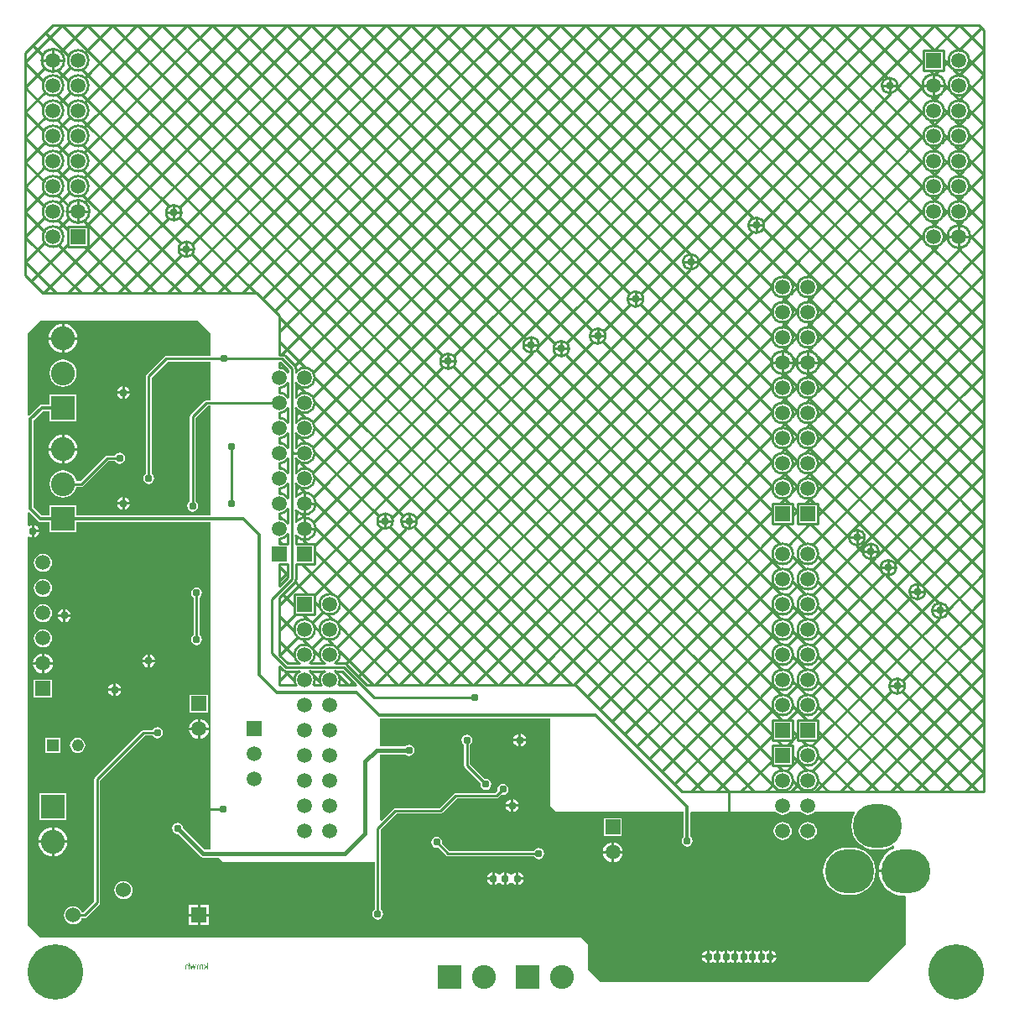
<source format=gbl>
G04 Layer_Physical_Order=2*
G04 Layer_Color=16711680*
%FSLAX25Y25*%
%MOIN*%
G70*
G01*
G75*
%ADD10C,0.01000*%
%ADD30C,0.01800*%
%ADD31C,0.01400*%
%ADD32C,0.05906*%
%ADD33R,0.05906X0.05906*%
%ADD34O,0.19500X0.17500*%
%ADD35R,0.09500X0.09500*%
%ADD36C,0.09500*%
%ADD37R,0.04800X0.04800*%
%ADD38C,0.04800*%
%ADD39C,0.06000*%
%ADD40R,0.06000X0.06000*%
%ADD41R,0.09500X0.09500*%
%ADD42C,0.22000*%
%ADD43C,0.03100*%
G36*
X114063Y293063D02*
X114493Y292775D01*
X115000Y292674D01*
X118650D01*
Y288650D01*
X129350D01*
Y292674D01*
X182500D01*
Y162529D01*
X180133D01*
X171687Y170976D01*
X171692Y171000D01*
X171525Y171839D01*
X171050Y172550D01*
X170339Y173025D01*
X169500Y173192D01*
X168661Y173025D01*
X167950Y172550D01*
X167475Y171839D01*
X167308Y171000D01*
X167475Y170161D01*
X167950Y169450D01*
X168661Y168975D01*
X169500Y168808D01*
X169524Y168813D01*
X178419Y159919D01*
X178915Y159587D01*
X179500Y159471D01*
X185529D01*
X187500Y157500D01*
X247879D01*
Y138836D01*
X247450Y138550D01*
X246975Y137839D01*
X246808Y137000D01*
X246975Y136161D01*
X247450Y135450D01*
X248161Y134975D01*
X249000Y134808D01*
X249839Y134975D01*
X250550Y135450D01*
X251025Y136161D01*
X251192Y137000D01*
X251025Y137839D01*
X250550Y138550D01*
X250121Y138836D01*
Y170535D01*
X256465Y176878D01*
X274000D01*
X274000Y176878D01*
X274429Y176964D01*
X274793Y177207D01*
X280465Y182878D01*
X296295D01*
X296295Y182878D01*
X296725Y182964D01*
X297088Y183207D01*
X298290Y184408D01*
X298795Y184308D01*
X299634Y184475D01*
X300345Y184950D01*
X300820Y185661D01*
X300987Y186500D01*
X300820Y187339D01*
X300345Y188050D01*
X299634Y188525D01*
X298795Y188692D01*
X297956Y188525D01*
X297245Y188050D01*
X296770Y187339D01*
X296603Y186500D01*
X296704Y185995D01*
X295831Y185122D01*
X280000D01*
X280000Y185122D01*
X279571Y185036D01*
X279207Y184793D01*
X279207Y184793D01*
X273535Y179122D01*
X256000D01*
X255571Y179036D01*
X255207Y178793D01*
X255207Y178793D01*
X250462Y174048D01*
X250000Y174239D01*
Y200471D01*
X259936D01*
X259950Y200450D01*
X260661Y199975D01*
X261500Y199808D01*
X262339Y199975D01*
X263050Y200450D01*
X263525Y201161D01*
X263692Y202000D01*
X263525Y202839D01*
X263050Y203550D01*
X262339Y204025D01*
X261500Y204192D01*
X260661Y204025D01*
X259950Y203550D01*
X259936Y203529D01*
X250000D01*
Y214674D01*
X317500D01*
Y180000D01*
X320000Y177500D01*
X370674D01*
Y167700D01*
X370450Y167550D01*
X369975Y166839D01*
X369808Y166000D01*
X369975Y165161D01*
X370450Y164450D01*
X371161Y163975D01*
X372000Y163808D01*
X372839Y163975D01*
X373550Y164450D01*
X374025Y165161D01*
X374192Y166000D01*
X374025Y166839D01*
X373550Y167550D01*
X373325Y167700D01*
Y177146D01*
X373679Y177500D01*
X407440Y177500D01*
X407466Y177466D01*
X408208Y176897D01*
X409073Y176539D01*
X410000Y176417D01*
X410927Y176539D01*
X411792Y176897D01*
X412534Y177466D01*
X412560Y177500D01*
X417440D01*
X417466Y177466D01*
X418208Y176897D01*
X419072Y176539D01*
X420000Y176417D01*
X420927Y176539D01*
X421792Y176897D01*
X422534Y177466D01*
X422560Y177500D01*
X438502D01*
X438771Y177000D01*
X438020Y175595D01*
X437485Y173833D01*
X437305Y172000D01*
X437485Y170167D01*
X438020Y168405D01*
X438888Y166780D01*
X440057Y165357D01*
X441480Y164188D01*
X443105Y163320D01*
X444867Y162785D01*
X446700Y162605D01*
X448700D01*
X450533Y162785D01*
X452295Y163320D01*
X453849Y164151D01*
X454442Y163558D01*
X454321Y163073D01*
X454251Y163051D01*
X452557Y162146D01*
X451072Y160928D01*
X449854Y159443D01*
X448949Y157749D01*
X448391Y155911D01*
X448252Y154500D01*
X459000D01*
Y153500D01*
X448252D01*
X448391Y152089D01*
X448949Y150251D01*
X449854Y148557D01*
X451072Y147072D01*
X452557Y145854D01*
X454251Y144949D01*
X456089Y144391D01*
X458000Y144203D01*
X458646D01*
X459000Y143849D01*
X459000Y125017D01*
X443983Y110000D01*
X346000Y110000D01*
X337500D01*
X332500Y115000D01*
Y125000D01*
X330000Y127500D01*
X115000D01*
X110000Y132500D01*
Y286668D01*
X110500Y286935D01*
X111005Y286598D01*
X111500Y286500D01*
Y289000D01*
Y291500D01*
X111005Y291402D01*
X110500Y291065D01*
X110000Y291332D01*
Y296418D01*
X110500Y296625D01*
X114063Y293063D01*
D02*
G37*
G36*
X182500Y367500D02*
Y358622D01*
X165000D01*
X164571Y358536D01*
X164207Y358293D01*
X164207Y358293D01*
X157207Y351293D01*
X156964Y350929D01*
X156878Y350500D01*
X156878Y350500D01*
Y311836D01*
X156450Y311550D01*
X155975Y310839D01*
X155808Y310000D01*
X155975Y309161D01*
X156450Y308450D01*
X157161Y307975D01*
X158000Y307808D01*
X158839Y307975D01*
X159550Y308450D01*
X160025Y309161D01*
X160192Y310000D01*
X160025Y310839D01*
X159550Y311550D01*
X159122Y311836D01*
Y350035D01*
X165465Y356379D01*
X182500D01*
Y341122D01*
X181000D01*
X180571Y341036D01*
X180207Y340793D01*
X180207Y340793D01*
X174707Y335293D01*
X174464Y334929D01*
X174378Y334500D01*
X174378Y334500D01*
Y300836D01*
X173950Y300550D01*
X173475Y299839D01*
X173308Y299000D01*
X173475Y298161D01*
X173950Y297450D01*
X174661Y296975D01*
X175500Y296808D01*
X176339Y296975D01*
X177050Y297450D01*
X177525Y298161D01*
X177692Y299000D01*
X177525Y299839D01*
X177050Y300550D01*
X176622Y300836D01*
Y334035D01*
X181465Y338878D01*
X182500D01*
Y295325D01*
X129350D01*
Y299350D01*
X118650D01*
Y295325D01*
X115549D01*
X112326Y298549D01*
Y332951D01*
X116049Y336674D01*
X118650D01*
Y332650D01*
X129350D01*
Y343350D01*
X118650D01*
Y339325D01*
X115500D01*
X114993Y339225D01*
X114563Y338937D01*
X110500Y334875D01*
X110000Y335082D01*
Y367500D01*
X115000Y372500D01*
X177500D01*
X182500Y367500D01*
D02*
G37*
G36*
X216500Y320000D02*
X215000Y318500D01*
Y321500D01*
X216500Y320000D01*
D02*
G37*
G36*
X174152Y115000D02*
X173837D01*
Y116014D01*
X173833Y116092D01*
X173829Y116158D01*
X173821Y116217D01*
X173809Y116268D01*
X173801Y116306D01*
X173794Y116334D01*
X173790Y116353D01*
X173786Y116357D01*
X173762Y116400D01*
X173739Y116443D01*
X173708Y116474D01*
X173680Y116505D01*
X173653Y116525D01*
X173634Y116544D01*
X173618Y116552D01*
X173614Y116556D01*
X173567Y116579D01*
X173521Y116599D01*
X173474Y116611D01*
X173435Y116622D01*
X173400Y116626D01*
X173372Y116630D01*
X173349D01*
X173283Y116626D01*
X173228Y116615D01*
X173177Y116595D01*
X173138Y116576D01*
X173107Y116556D01*
X173084Y116537D01*
X173068Y116525D01*
X173064Y116521D01*
X173029Y116474D01*
X173002Y116420D01*
X172986Y116365D01*
X172971Y116310D01*
X172963Y116256D01*
X172959Y116217D01*
Y116201D01*
Y116190D01*
Y116182D01*
Y116178D01*
Y115000D01*
X172643D01*
Y116174D01*
X172647Y116271D01*
X172655Y116353D01*
X172663Y116427D01*
X172674Y116486D01*
X172690Y116533D01*
X172698Y116564D01*
X172705Y116583D01*
X172709Y116591D01*
X172737Y116642D01*
X172772Y116689D01*
X172807Y116728D01*
X172842Y116759D01*
X172877Y116782D01*
X172904Y116802D01*
X172920Y116814D01*
X172928Y116817D01*
X172986Y116845D01*
X173049Y116864D01*
X173107Y116880D01*
X173162Y116888D01*
X173209Y116895D01*
X173248Y116899D01*
X173283D01*
X173345Y116895D01*
X173404Y116888D01*
X173458Y116876D01*
X173509Y116860D01*
X173606Y116817D01*
X173645Y116798D01*
X173684Y116774D01*
X173720Y116747D01*
X173751Y116728D01*
X173774Y116704D01*
X173798Y116685D01*
X173813Y116669D01*
X173825Y116657D01*
X173833Y116650D01*
X173837Y116646D01*
Y117562D01*
X174152D01*
Y115000D01*
D02*
G37*
G36*
X176403D02*
X176067D01*
X175689Y116427D01*
X175615Y116108D01*
X175322Y115000D01*
X174999D01*
X174414Y116856D01*
X174718D01*
X175042Y115780D01*
X175147Y115421D01*
X175237Y115776D01*
X175517Y116856D01*
X175837D01*
X176134Y115768D01*
X176149Y115706D01*
X176165Y115651D01*
X176177Y115601D01*
X176188Y115558D01*
X176196Y115523D01*
X176204Y115491D01*
X176212Y115464D01*
X176216Y115445D01*
X176219Y115425D01*
X176223Y115413D01*
X176227Y115398D01*
X176231Y115390D01*
Y115386D01*
X176336Y115784D01*
X176629Y116856D01*
X176960D01*
X176403Y115000D01*
D02*
G37*
G36*
X181504D02*
X181188D01*
Y115737D01*
X180970Y115948D01*
X180353Y115000D01*
X179963D01*
X180743Y116166D01*
X180034Y116856D01*
X180443D01*
X181188Y116104D01*
Y117562D01*
X181504D01*
Y115000D01*
D02*
G37*
G36*
X178934Y116895D02*
X179000Y116888D01*
X179055Y116872D01*
X179105Y116856D01*
X179144Y116841D01*
X179176Y116825D01*
X179195Y116817D01*
X179203Y116814D01*
X179254Y116782D01*
X179300Y116743D01*
X179339Y116708D01*
X179371Y116673D01*
X179398Y116642D01*
X179417Y116619D01*
X179429Y116603D01*
X179433Y116595D01*
Y116856D01*
X179714D01*
Y115000D01*
X179398D01*
Y115963D01*
X179394Y116053D01*
X179390Y116131D01*
X179382Y116197D01*
X179371Y116252D01*
X179363Y116295D01*
X179355Y116326D01*
X179351Y116342D01*
X179347Y116349D01*
X179324Y116396D01*
X179300Y116439D01*
X179273Y116474D01*
X179246Y116505D01*
X179222Y116525D01*
X179203Y116544D01*
X179187Y116552D01*
X179183Y116556D01*
X179140Y116579D01*
X179098Y116595D01*
X179055Y116611D01*
X179020Y116619D01*
X178984Y116622D01*
X178961Y116626D01*
X178938D01*
X178875Y116622D01*
X178825Y116611D01*
X178782Y116591D01*
X178747Y116576D01*
X178719Y116556D01*
X178704Y116537D01*
X178692Y116525D01*
X178688Y116521D01*
X178661Y116478D01*
X178641Y116427D01*
X178630Y116377D01*
X178618Y116322D01*
X178614Y116279D01*
X178610Y116240D01*
Y116225D01*
Y116213D01*
Y116209D01*
Y116205D01*
Y115000D01*
X178294D01*
Y116076D01*
X178290Y116178D01*
X178275Y116264D01*
X178255Y116334D01*
X178228Y116392D01*
X178205Y116439D01*
X178185Y116470D01*
X178169Y116486D01*
X178165Y116494D01*
X178115Y116537D01*
X178056Y116572D01*
X178002Y116595D01*
X177951Y116611D01*
X177908Y116619D01*
X177869Y116626D01*
X177838D01*
X177799Y116622D01*
X177764Y116619D01*
X177729Y116611D01*
X177701Y116603D01*
X177682Y116591D01*
X177666Y116583D01*
X177655Y116579D01*
X177651Y116576D01*
X177623Y116556D01*
X177600Y116533D01*
X177580Y116509D01*
X177565Y116490D01*
X177553Y116470D01*
X177545Y116455D01*
X177538Y116443D01*
Y116439D01*
X177526Y116404D01*
X177518Y116361D01*
X177510Y116271D01*
X177506Y116232D01*
Y116197D01*
Y116174D01*
Y116170D01*
Y116166D01*
Y115000D01*
X177190D01*
Y116271D01*
Y116330D01*
X177198Y116384D01*
X177214Y116482D01*
X177237Y116560D01*
X177265Y116626D01*
X177296Y116677D01*
X177319Y116716D01*
X177335Y116735D01*
X177343Y116743D01*
X177405Y116794D01*
X177471Y116833D01*
X177541Y116860D01*
X177612Y116880D01*
X177670Y116892D01*
X177698Y116895D01*
X177721D01*
X177740Y116899D01*
X177768D01*
X177834Y116895D01*
X177892Y116884D01*
X177951Y116868D01*
X178006Y116849D01*
X178107Y116794D01*
X178150Y116767D01*
X178189Y116735D01*
X178224Y116704D01*
X178255Y116677D01*
X178282Y116650D01*
X178306Y116622D01*
X178322Y116603D01*
X178333Y116587D01*
X178341Y116576D01*
X178345Y116572D01*
X178368Y116626D01*
X178396Y116677D01*
X178427Y116716D01*
X178458Y116751D01*
X178485Y116778D01*
X178509Y116798D01*
X178524Y116810D01*
X178532Y116814D01*
X178583Y116841D01*
X178637Y116864D01*
X178696Y116880D01*
X178747Y116888D01*
X178793Y116895D01*
X178832Y116899D01*
X178867D01*
X178934Y116895D01*
D02*
G37*
%LPC*%
G36*
X343000Y165421D02*
Y162000D01*
X346421D01*
X346351Y162532D01*
X345953Y163493D01*
X345319Y164319D01*
X344493Y164953D01*
X343532Y165351D01*
X343000Y165421D01*
D02*
G37*
G36*
X410000Y173583D02*
X409073Y173461D01*
X408208Y173103D01*
X407466Y172534D01*
X406897Y171792D01*
X406539Y170927D01*
X406417Y170000D01*
X406539Y169073D01*
X406897Y168208D01*
X407466Y167466D01*
X408208Y166897D01*
X409073Y166539D01*
X410000Y166417D01*
X410927Y166539D01*
X411792Y166897D01*
X412534Y167466D01*
X413103Y168208D01*
X413461Y169073D01*
X413583Y170000D01*
X413461Y170927D01*
X413103Y171792D01*
X412534Y172534D01*
X411792Y173103D01*
X410927Y173461D01*
X410000Y173583D01*
D02*
G37*
G36*
X120500Y171454D02*
Y166220D01*
X125734D01*
X125602Y167221D01*
X125023Y168620D01*
X124101Y169821D01*
X122900Y170743D01*
X121501Y171323D01*
X120500Y171454D01*
D02*
G37*
G36*
X119500D02*
X118499Y171323D01*
X117100Y170743D01*
X115899Y169821D01*
X114977Y168620D01*
X114398Y167221D01*
X114266Y166220D01*
X119500D01*
Y171454D01*
D02*
G37*
G36*
X272500Y167692D02*
X271661Y167525D01*
X270950Y167050D01*
X270475Y166339D01*
X270308Y165500D01*
X270475Y164661D01*
X270950Y163950D01*
X271661Y163475D01*
X272500Y163308D01*
X273006Y163408D01*
X276207Y160207D01*
X276207Y160207D01*
X276571Y159964D01*
X277000Y159878D01*
X277000Y159878D01*
X311164D01*
X311450Y159450D01*
X312161Y158975D01*
X313000Y158808D01*
X313839Y158975D01*
X314550Y159450D01*
X315025Y160161D01*
X315192Y161000D01*
X315025Y161839D01*
X314550Y162550D01*
X313839Y163025D01*
X313000Y163192D01*
X312161Y163025D01*
X311450Y162550D01*
X311164Y162122D01*
X277465D01*
X274592Y164995D01*
X274692Y165500D01*
X274525Y166339D01*
X274050Y167050D01*
X273339Y167525D01*
X272500Y167692D01*
D02*
G37*
G36*
X346421Y161000D02*
X343000D01*
Y157579D01*
X343532Y157649D01*
X344493Y158047D01*
X345319Y158681D01*
X345953Y159507D01*
X346351Y160468D01*
X346421Y161000D01*
D02*
G37*
G36*
X342000D02*
X338579D01*
X338649Y160468D01*
X339047Y159507D01*
X339681Y158681D01*
X340507Y158047D01*
X341468Y157649D01*
X342000Y157579D01*
Y161000D01*
D02*
G37*
G36*
Y165421D02*
X341468Y165351D01*
X340507Y164953D01*
X339681Y164319D01*
X339047Y163493D01*
X338649Y162532D01*
X338579Y162000D01*
X342000D01*
Y165421D01*
D02*
G37*
G36*
X125734Y165220D02*
X120500D01*
Y159987D01*
X121501Y160118D01*
X122900Y160698D01*
X124101Y161619D01*
X125023Y162821D01*
X125602Y164219D01*
X125734Y165220D01*
D02*
G37*
G36*
X119500D02*
X114266D01*
X114398Y164219D01*
X114977Y162821D01*
X115899Y161619D01*
X117100Y160698D01*
X118499Y160118D01*
X119500Y159987D01*
Y165220D01*
D02*
G37*
G36*
X420000Y173583D02*
X419072Y173461D01*
X418208Y173103D01*
X417466Y172534D01*
X416897Y171792D01*
X416539Y170927D01*
X416417Y170000D01*
X416539Y169073D01*
X416897Y168208D01*
X417466Y167466D01*
X418208Y166897D01*
X419072Y166539D01*
X420000Y166417D01*
X420927Y166539D01*
X421792Y166897D01*
X422534Y167466D01*
X423103Y168208D01*
X423461Y169073D01*
X423583Y170000D01*
X423461Y170927D01*
X423103Y171792D01*
X422534Y172534D01*
X421792Y173103D01*
X420927Y173461D01*
X420000Y173583D01*
D02*
G37*
G36*
X129800Y207026D02*
X129017Y206923D01*
X128287Y206621D01*
X127660Y206140D01*
X127180Y205513D01*
X126877Y204783D01*
X126774Y204000D01*
X126877Y203217D01*
X127180Y202487D01*
X127660Y201860D01*
X128287Y201379D01*
X129017Y201077D01*
X129800Y200974D01*
X130583Y201077D01*
X131313Y201379D01*
X131940Y201860D01*
X132421Y202487D01*
X132723Y203217D01*
X132826Y204000D01*
X132723Y204783D01*
X132421Y205513D01*
X131940Y206140D01*
X131313Y206621D01*
X130583Y206923D01*
X129800Y207026D01*
D02*
G37*
G36*
X284500Y208192D02*
X283661Y208025D01*
X282950Y207550D01*
X282475Y206839D01*
X282308Y206000D01*
X282475Y205161D01*
X282950Y204450D01*
X283379Y204164D01*
Y196000D01*
X283378Y196000D01*
X283464Y195571D01*
X283707Y195207D01*
X289908Y189005D01*
X289808Y188500D01*
X289975Y187661D01*
X290450Y186950D01*
X291161Y186475D01*
X292000Y186308D01*
X292839Y186475D01*
X293550Y186950D01*
X294025Y187661D01*
X294192Y188500D01*
X294025Y189339D01*
X293550Y190050D01*
X292839Y190525D01*
X292000Y190692D01*
X291494Y190592D01*
X285622Y196465D01*
Y204164D01*
X286050Y204450D01*
X286525Y205161D01*
X286692Y206000D01*
X286525Y206839D01*
X286050Y207550D01*
X285339Y208025D01*
X284500Y208192D01*
D02*
G37*
G36*
X123000Y207000D02*
X117000D01*
Y201000D01*
X123000D01*
Y207000D01*
D02*
G37*
G36*
X308000Y205500D02*
X306000D01*
Y203500D01*
X306495Y203598D01*
X307339Y204162D01*
X307902Y205005D01*
X308000Y205500D01*
D02*
G37*
G36*
X305000D02*
X302999D01*
X303098Y205005D01*
X303661Y204162D01*
X304505Y203598D01*
X305000Y203500D01*
Y205500D01*
D02*
G37*
G36*
X303000Y182501D02*
Y180500D01*
X305000D01*
X304902Y180995D01*
X304339Y181838D01*
X303495Y182402D01*
X303000Y182501D01*
D02*
G37*
G36*
X125350Y184850D02*
X114650D01*
Y174150D01*
X125350D01*
Y184850D01*
D02*
G37*
G36*
X346053Y175053D02*
X338947D01*
Y167947D01*
X346053D01*
Y175053D01*
D02*
G37*
G36*
X302000Y179500D02*
X299999D01*
X300098Y179005D01*
X300661Y178162D01*
X301505Y177598D01*
X302000Y177499D01*
Y179500D01*
D02*
G37*
G36*
Y182501D02*
X301505Y182402D01*
X300661Y181838D01*
X300098Y180995D01*
X299999Y180500D01*
X302000D01*
Y182501D01*
D02*
G37*
G36*
X305000Y179500D02*
X303000D01*
Y177499D01*
X303495Y177598D01*
X304339Y178162D01*
X304902Y179005D01*
X305000Y179500D01*
D02*
G37*
G36*
X304000Y153500D02*
X303505Y153402D01*
X302661Y152838D01*
X302375Y152410D01*
X301875D01*
X301589Y152838D01*
X300745Y153402D01*
X300250Y153500D01*
Y151000D01*
Y148500D01*
X300745Y148598D01*
X301589Y149162D01*
X301875Y149590D01*
X302375D01*
X302661Y149162D01*
X303505Y148598D01*
X304000Y148500D01*
Y151000D01*
Y153500D01*
D02*
G37*
G36*
X394000Y122501D02*
X393505Y122402D01*
X392750Y121898D01*
X391995Y122402D01*
X391500Y122501D01*
Y120000D01*
Y117499D01*
X391995Y117598D01*
X392750Y118102D01*
X393505Y117598D01*
X394000Y117499D01*
Y120000D01*
Y122501D01*
D02*
G37*
G36*
X390500D02*
X390005Y122402D01*
X389250Y121898D01*
X388495Y122402D01*
X388000Y122501D01*
Y120000D01*
Y117499D01*
X388495Y117598D01*
X389250Y118102D01*
X390005Y117598D01*
X390500Y117499D01*
Y120000D01*
Y122501D01*
D02*
G37*
G36*
X397500D02*
X397005Y122402D01*
X396250Y121898D01*
X395495Y122402D01*
X395000Y122501D01*
Y120000D01*
Y117499D01*
X395495Y117598D01*
X396250Y118102D01*
X397005Y117598D01*
X397500Y117499D01*
Y120000D01*
Y122501D01*
D02*
G37*
G36*
X404500D02*
X404005Y122402D01*
X403250Y121898D01*
X402495Y122402D01*
X402000Y122501D01*
Y120000D01*
Y117499D01*
X402495Y117598D01*
X403250Y118102D01*
X404005Y117598D01*
X404500Y117499D01*
Y120000D01*
Y122501D01*
D02*
G37*
G36*
X401000D02*
X400505Y122402D01*
X399750Y121898D01*
X398995Y122402D01*
X398500Y122501D01*
Y120000D01*
Y117499D01*
X398995Y117598D01*
X399750Y118102D01*
X400505Y117598D01*
X401000Y117499D01*
Y120000D01*
Y122501D01*
D02*
G37*
G36*
X387000D02*
X386505Y122402D01*
X385750Y121898D01*
X384995Y122402D01*
X384500Y122501D01*
Y120000D01*
Y117499D01*
X384995Y117598D01*
X385750Y118102D01*
X386505Y117598D01*
X387000Y117499D01*
Y120000D01*
Y122501D01*
D02*
G37*
G36*
X407501Y119500D02*
X405500D01*
Y117499D01*
X405995Y117598D01*
X406839Y118162D01*
X407402Y119005D01*
X407501Y119500D01*
D02*
G37*
G36*
X380000D02*
X377999D01*
X378098Y119005D01*
X378661Y118162D01*
X379505Y117598D01*
X380000Y117499D01*
Y119500D01*
D02*
G37*
G36*
Y122501D02*
X379505Y122402D01*
X378661Y121838D01*
X378098Y120995D01*
X377999Y120500D01*
X380000D01*
Y122501D01*
D02*
G37*
G36*
X383500D02*
X383005Y122402D01*
X382250Y121898D01*
X381495Y122402D01*
X381000Y122501D01*
Y120000D01*
Y117499D01*
X381495Y117598D01*
X382250Y118102D01*
X383005Y117598D01*
X383500Y117499D01*
Y120000D01*
Y122501D01*
D02*
G37*
G36*
X405500D02*
Y120500D01*
X407501D01*
X407402Y120995D01*
X406839Y121838D01*
X405995Y122402D01*
X405500Y122501D01*
D02*
G37*
G36*
X307000Y150500D02*
X305000D01*
Y148500D01*
X305495Y148598D01*
X306339Y149162D01*
X306902Y150005D01*
X307000Y150500D01*
D02*
G37*
G36*
X294500D02*
X292499D01*
X292598Y150005D01*
X293162Y149162D01*
X294005Y148598D01*
X294500Y148500D01*
Y150500D01*
D02*
G37*
G36*
Y153500D02*
X294005Y153402D01*
X293162Y152838D01*
X292598Y151995D01*
X292499Y151500D01*
X294500D01*
Y153500D01*
D02*
G37*
G36*
X299250D02*
X298755Y153402D01*
X297912Y152838D01*
X297625Y152410D01*
X297125D01*
X296838Y152838D01*
X295995Y153402D01*
X295500Y153500D01*
Y151000D01*
Y148500D01*
X295995Y148598D01*
X296838Y149162D01*
X297125Y149590D01*
X297625D01*
X297912Y149162D01*
X298755Y148598D01*
X299250Y148500D01*
Y151000D01*
Y153500D01*
D02*
G37*
G36*
X305000D02*
Y151500D01*
X307000D01*
X306902Y151995D01*
X306339Y152838D01*
X305495Y153402D01*
X305000Y153500D01*
D02*
G37*
G36*
X437500Y163395D02*
X435500D01*
X433667Y163215D01*
X431905Y162680D01*
X430280Y161812D01*
X428857Y160643D01*
X427688Y159220D01*
X426820Y157595D01*
X426285Y155833D01*
X426105Y154000D01*
X426285Y152167D01*
X426820Y150405D01*
X427688Y148780D01*
X428857Y147357D01*
X430280Y146188D01*
X431905Y145320D01*
X433667Y144785D01*
X435500Y144605D01*
X437500D01*
X439333Y144785D01*
X441095Y145320D01*
X442720Y146188D01*
X444143Y147357D01*
X445312Y148780D01*
X446180Y150405D01*
X446715Y152167D01*
X446895Y154000D01*
X446715Y155833D01*
X446180Y157595D01*
X445312Y159220D01*
X444143Y160643D01*
X442720Y161812D01*
X441095Y162680D01*
X439333Y163215D01*
X437500Y163395D01*
D02*
G37*
G36*
X182000Y136000D02*
X178500D01*
Y132500D01*
X182000D01*
Y136000D01*
D02*
G37*
G36*
X177500D02*
X174000D01*
Y132500D01*
X177500D01*
Y136000D01*
D02*
G37*
G36*
Y140500D02*
X174000D01*
Y137000D01*
X177500D01*
Y140500D01*
D02*
G37*
G36*
X148000Y150131D02*
X147060Y150007D01*
X146185Y149645D01*
X145432Y149068D01*
X144855Y148316D01*
X144493Y147440D01*
X144369Y146500D01*
X144493Y145560D01*
X144855Y144685D01*
X145432Y143932D01*
X146185Y143355D01*
X147060Y142993D01*
X148000Y142869D01*
X148940Y142993D01*
X149815Y143355D01*
X150568Y143932D01*
X151145Y144685D01*
X151507Y145560D01*
X151631Y146500D01*
X151507Y147440D01*
X151145Y148316D01*
X150568Y149068D01*
X149815Y149645D01*
X148940Y150007D01*
X148000Y150131D01*
D02*
G37*
G36*
X182000Y140500D02*
X178500D01*
Y137000D01*
X182000D01*
Y140500D01*
D02*
G37*
G36*
X305000Y208501D02*
X304505Y208402D01*
X303661Y207839D01*
X303098Y206995D01*
X302999Y206500D01*
X305000D01*
Y208501D01*
D02*
G37*
G36*
X147500Y302501D02*
X147005Y302402D01*
X146162Y301838D01*
X145598Y300995D01*
X145500Y300500D01*
X147500D01*
Y302501D01*
D02*
G37*
G36*
X150501Y299500D02*
X148500D01*
Y297499D01*
X148995Y297598D01*
X149838Y298162D01*
X150402Y299005D01*
X150501Y299500D01*
D02*
G37*
G36*
X147500D02*
X145500D01*
X145598Y299005D01*
X146162Y298162D01*
X147005Y297598D01*
X147500Y297499D01*
Y299500D01*
D02*
G37*
G36*
X129734Y321059D02*
X124500D01*
Y315825D01*
X125501Y315957D01*
X126900Y316536D01*
X128101Y317458D01*
X129023Y318659D01*
X129602Y320058D01*
X129734Y321059D01*
D02*
G37*
G36*
X123500D02*
X118266D01*
X118398Y320058D01*
X118977Y318659D01*
X119899Y317458D01*
X121100Y316536D01*
X122499Y315957D01*
X123500Y315825D01*
Y321059D01*
D02*
G37*
G36*
X148500Y302501D02*
Y300500D01*
X150501D01*
X150402Y300995D01*
X149838Y301838D01*
X148995Y302402D01*
X148500Y302501D01*
D02*
G37*
G36*
X116000Y270083D02*
X115073Y269961D01*
X114208Y269603D01*
X113466Y269034D01*
X112897Y268292D01*
X112539Y267427D01*
X112417Y266500D01*
X112539Y265573D01*
X112897Y264708D01*
X113466Y263966D01*
X114208Y263397D01*
X115073Y263039D01*
X116000Y262917D01*
X116927Y263039D01*
X117792Y263397D01*
X118534Y263966D01*
X119103Y264708D01*
X119461Y265573D01*
X119583Y266500D01*
X119461Y267427D01*
X119103Y268292D01*
X118534Y269034D01*
X117792Y269603D01*
X116927Y269961D01*
X116000Y270083D01*
D02*
G37*
G36*
X125000Y258000D02*
Y256000D01*
X127000D01*
X126902Y256495D01*
X126338Y257339D01*
X125495Y257902D01*
X125000Y258000D01*
D02*
G37*
G36*
X124000D02*
X123505Y257902D01*
X122662Y257339D01*
X122098Y256495D01*
X122000Y256000D01*
X124000D01*
Y258000D01*
D02*
G37*
G36*
X112500Y291500D02*
Y289500D01*
X114500D01*
X114402Y289995D01*
X113838Y290839D01*
X112995Y291402D01*
X112500Y291500D01*
D02*
G37*
G36*
X114500Y288500D02*
X112500D01*
Y286500D01*
X112995Y286598D01*
X113838Y287161D01*
X114402Y288005D01*
X114500Y288500D01*
D02*
G37*
G36*
X116000Y280083D02*
X115073Y279961D01*
X114208Y279603D01*
X113466Y279034D01*
X112897Y278292D01*
X112539Y277427D01*
X112417Y276500D01*
X112539Y275573D01*
X112897Y274708D01*
X113466Y273966D01*
X114208Y273397D01*
X115073Y273039D01*
X116000Y272917D01*
X116927Y273039D01*
X117792Y273397D01*
X118534Y273966D01*
X119103Y274708D01*
X119461Y275573D01*
X119583Y276500D01*
X119461Y277427D01*
X119103Y278292D01*
X118534Y279034D01*
X117792Y279603D01*
X116927Y279961D01*
X116000Y280083D01*
D02*
G37*
G36*
X123500Y365059D02*
X118266D01*
X118398Y364058D01*
X118977Y362659D01*
X119899Y361458D01*
X121100Y360536D01*
X122499Y359957D01*
X123500Y359825D01*
Y365059D01*
D02*
G37*
G36*
X124000Y357176D02*
X122603Y356992D01*
X121302Y356453D01*
X120184Y355595D01*
X119327Y354478D01*
X118788Y353176D01*
X118604Y351780D01*
X118788Y350383D01*
X119327Y349081D01*
X120184Y347964D01*
X121302Y347106D01*
X122603Y346567D01*
X124000Y346383D01*
X125397Y346567D01*
X126698Y347106D01*
X127816Y347964D01*
X128673Y349081D01*
X129212Y350383D01*
X129396Y351780D01*
X129212Y353176D01*
X128673Y354478D01*
X127816Y355595D01*
X126698Y356453D01*
X125397Y356992D01*
X124000Y357176D01*
D02*
G37*
G36*
X148500Y346500D02*
Y344500D01*
X150501D01*
X150402Y344995D01*
X149838Y345838D01*
X148995Y346402D01*
X148500Y346500D01*
D02*
G37*
G36*
X124500Y371293D02*
Y366059D01*
X129734D01*
X129602Y367060D01*
X129023Y368459D01*
X128101Y369660D01*
X126900Y370582D01*
X125501Y371161D01*
X124500Y371293D01*
D02*
G37*
G36*
X123500Y371293D02*
X122499Y371161D01*
X121100Y370582D01*
X119899Y369660D01*
X118977Y368459D01*
X118398Y367060D01*
X118266Y366059D01*
X123500D01*
Y371293D01*
D02*
G37*
G36*
X129734Y365059D02*
X124500D01*
Y359825D01*
X125501Y359957D01*
X126900Y360536D01*
X128101Y361458D01*
X129023Y362659D01*
X129602Y364058D01*
X129734Y365059D01*
D02*
G37*
G36*
X124500Y327293D02*
Y322059D01*
X129734D01*
X129602Y323060D01*
X129023Y324459D01*
X128101Y325660D01*
X126900Y326582D01*
X125501Y327161D01*
X124500Y327293D01*
D02*
G37*
G36*
X123500D02*
X122499Y327161D01*
X121100Y326582D01*
X119899Y325660D01*
X118977Y324459D01*
X118398Y323060D01*
X118266Y322059D01*
X123500D01*
Y327293D01*
D02*
G37*
G36*
X146500Y320192D02*
X145661Y320025D01*
X144950Y319550D01*
X144664Y319122D01*
X141500D01*
X141500Y319122D01*
X141071Y319036D01*
X140707Y318793D01*
X140707Y318793D01*
X130815Y308901D01*
X129248D01*
X129212Y309176D01*
X128673Y310478D01*
X127816Y311595D01*
X126698Y312453D01*
X125397Y312992D01*
X124000Y313176D01*
X122603Y312992D01*
X121302Y312453D01*
X120184Y311595D01*
X119327Y310478D01*
X118788Y309176D01*
X118604Y307780D01*
X118788Y306383D01*
X119327Y305081D01*
X120184Y303964D01*
X121302Y303106D01*
X122603Y302567D01*
X124000Y302383D01*
X125397Y302567D01*
X126698Y303106D01*
X127816Y303964D01*
X128673Y305081D01*
X129212Y306383D01*
X129248Y306658D01*
X131280D01*
X131280Y306658D01*
X131709Y306743D01*
X132073Y306986D01*
X141965Y316879D01*
X144664D01*
X144950Y316450D01*
X145661Y315975D01*
X146500Y315808D01*
X147339Y315975D01*
X148050Y316450D01*
X148525Y317161D01*
X148692Y318000D01*
X148525Y318839D01*
X148050Y319550D01*
X147339Y320025D01*
X146500Y320192D01*
D02*
G37*
G36*
X147500Y346500D02*
X147005Y346402D01*
X146162Y345838D01*
X145598Y344995D01*
X145500Y344500D01*
X147500D01*
Y346500D01*
D02*
G37*
G36*
X150501Y343500D02*
X148500D01*
Y341499D01*
X148995Y341598D01*
X149838Y342161D01*
X150402Y343005D01*
X150501Y343500D01*
D02*
G37*
G36*
X147500D02*
X145500D01*
X145598Y343005D01*
X146162Y342161D01*
X147005Y341598D01*
X147500Y341499D01*
Y343500D01*
D02*
G37*
G36*
X127000Y255000D02*
X125000D01*
Y252999D01*
X125495Y253098D01*
X126338Y253661D01*
X126902Y254505D01*
X127000Y255000D01*
D02*
G37*
G36*
X144000Y225500D02*
X141999D01*
X142098Y225005D01*
X142662Y224162D01*
X143505Y223598D01*
X144000Y223499D01*
Y225500D01*
D02*
G37*
G36*
X119553Y230053D02*
X112447D01*
Y222947D01*
X119553D01*
Y230053D01*
D02*
G37*
G36*
X181553Y224053D02*
X174447D01*
Y216947D01*
X181553D01*
Y224053D01*
D02*
G37*
G36*
X145000Y228501D02*
Y226500D01*
X147001D01*
X146902Y226995D01*
X146338Y227838D01*
X145495Y228402D01*
X145000Y228501D01*
D02*
G37*
G36*
X144000D02*
X143505Y228402D01*
X142662Y227838D01*
X142098Y226995D01*
X141999Y226500D01*
X144000D01*
Y228501D01*
D02*
G37*
G36*
X147001Y225500D02*
X145000D01*
Y223499D01*
X145495Y223598D01*
X146338Y224162D01*
X146902Y225005D01*
X147001Y225500D01*
D02*
G37*
G36*
X181921Y210000D02*
X178500D01*
Y206579D01*
X179032Y206649D01*
X179993Y207047D01*
X180819Y207681D01*
X181453Y208507D01*
X181851Y209468D01*
X181921Y210000D01*
D02*
G37*
G36*
X177500D02*
X174079D01*
X174149Y209468D01*
X174547Y208507D01*
X175181Y207681D01*
X176007Y207047D01*
X176968Y206649D01*
X177500Y206579D01*
Y210000D01*
D02*
G37*
G36*
X306000Y208501D02*
Y206500D01*
X308000D01*
X307902Y206995D01*
X307339Y207839D01*
X306495Y208402D01*
X306000Y208501D01*
D02*
G37*
G36*
X178500Y214421D02*
Y211000D01*
X181921D01*
X181851Y211532D01*
X181453Y212493D01*
X180819Y213319D01*
X179993Y213953D01*
X179032Y214351D01*
X178500Y214421D01*
D02*
G37*
G36*
X177500D02*
X176968Y214351D01*
X176007Y213953D01*
X175181Y213319D01*
X174547Y212493D01*
X174149Y211532D01*
X174079Y211000D01*
X177500D01*
Y214421D01*
D02*
G37*
G36*
X161500Y211192D02*
X160661Y211025D01*
X159950Y210550D01*
X159664Y210121D01*
X156000D01*
X156000Y210122D01*
X155571Y210036D01*
X155207Y209793D01*
X155207Y209793D01*
X136707Y191293D01*
X136464Y190929D01*
X136378Y190500D01*
X136378Y190500D01*
Y141965D01*
X132035Y137622D01*
X131432D01*
X131145Y138315D01*
X130568Y139068D01*
X129815Y139645D01*
X128940Y140007D01*
X128000Y140131D01*
X127060Y140007D01*
X126184Y139645D01*
X125432Y139068D01*
X124855Y138315D01*
X124493Y137440D01*
X124369Y136500D01*
X124493Y135560D01*
X124855Y134685D01*
X125432Y133932D01*
X126184Y133355D01*
X127060Y132993D01*
X128000Y132869D01*
X128940Y132993D01*
X129815Y133355D01*
X130568Y133932D01*
X131145Y134685D01*
X131432Y135378D01*
X132500D01*
X132500Y135378D01*
X132929Y135464D01*
X133293Y135707D01*
X138293Y140707D01*
X138293Y140707D01*
X138536Y141071D01*
X138622Y141500D01*
X138622Y141500D01*
Y190035D01*
X156465Y207878D01*
X159664D01*
X159950Y207450D01*
X160661Y206975D01*
X161500Y206808D01*
X162339Y206975D01*
X163050Y207450D01*
X163525Y208161D01*
X163692Y209000D01*
X163525Y209839D01*
X163050Y210550D01*
X162339Y211025D01*
X161500Y211192D01*
D02*
G37*
G36*
X116000Y250083D02*
X115073Y249961D01*
X114208Y249603D01*
X113466Y249034D01*
X112897Y248292D01*
X112539Y247427D01*
X112417Y246500D01*
X112539Y245573D01*
X112897Y244708D01*
X113466Y243966D01*
X114208Y243397D01*
X115073Y243039D01*
X116000Y242917D01*
X116927Y243039D01*
X117792Y243397D01*
X118534Y243966D01*
X119103Y244708D01*
X119461Y245573D01*
X119583Y246500D01*
X119461Y247427D01*
X119103Y248292D01*
X118534Y249034D01*
X117792Y249603D01*
X116927Y249961D01*
X116000Y250083D01*
D02*
G37*
G36*
X158500Y240001D02*
Y238000D01*
X160501D01*
X160402Y238495D01*
X159838Y239338D01*
X158995Y239902D01*
X158500Y240001D01*
D02*
G37*
G36*
X157500D02*
X157005Y239902D01*
X156162Y239338D01*
X155598Y238495D01*
X155499Y238000D01*
X157500D01*
Y240001D01*
D02*
G37*
G36*
X124000Y255000D02*
X122000D01*
X122098Y254505D01*
X122662Y253661D01*
X123505Y253098D01*
X124000Y252999D01*
Y255000D01*
D02*
G37*
G36*
X116000Y260083D02*
X115073Y259961D01*
X114208Y259603D01*
X113466Y259034D01*
X112897Y258292D01*
X112539Y257427D01*
X112417Y256500D01*
X112539Y255573D01*
X112897Y254708D01*
X113466Y253966D01*
X114208Y253397D01*
X115073Y253039D01*
X116000Y252917D01*
X116927Y253039D01*
X117792Y253397D01*
X118534Y253966D01*
X119103Y254708D01*
X119461Y255573D01*
X119583Y256500D01*
X119461Y257427D01*
X119103Y258292D01*
X118534Y259034D01*
X117792Y259603D01*
X116927Y259961D01*
X116000Y260083D01*
D02*
G37*
G36*
X177000Y266692D02*
X176161Y266525D01*
X175450Y266050D01*
X174975Y265339D01*
X174808Y264500D01*
X174975Y263661D01*
X175450Y262950D01*
X175878Y262664D01*
Y247836D01*
X175450Y247550D01*
X174975Y246839D01*
X174808Y246000D01*
X174975Y245161D01*
X175450Y244450D01*
X176161Y243975D01*
X177000Y243808D01*
X177839Y243975D01*
X178550Y244450D01*
X179025Y245161D01*
X179192Y246000D01*
X179025Y246839D01*
X178550Y247550D01*
X178122Y247836D01*
Y262664D01*
X178550Y262950D01*
X179025Y263661D01*
X179192Y264500D01*
X179025Y265339D01*
X178550Y266050D01*
X177839Y266525D01*
X177000Y266692D01*
D02*
G37*
G36*
X157500Y237000D02*
X155499D01*
X155598Y236505D01*
X156162Y235662D01*
X157005Y235098D01*
X157500Y234999D01*
Y237000D01*
D02*
G37*
G36*
X119921Y236000D02*
X116500D01*
Y232579D01*
X117032Y232649D01*
X117993Y233047D01*
X118819Y233681D01*
X119453Y234507D01*
X119851Y235468D01*
X119921Y236000D01*
D02*
G37*
G36*
X115500D02*
X112079D01*
X112149Y235468D01*
X112547Y234507D01*
X113181Y233681D01*
X114007Y233047D01*
X114968Y232649D01*
X115500Y232579D01*
Y236000D01*
D02*
G37*
G36*
X116500Y240421D02*
Y237000D01*
X119921D01*
X119851Y237532D01*
X119453Y238493D01*
X118819Y239319D01*
X117993Y239953D01*
X117032Y240351D01*
X116500Y240421D01*
D02*
G37*
G36*
X115500D02*
X114968Y240351D01*
X114007Y239953D01*
X113181Y239319D01*
X112547Y238493D01*
X112149Y237532D01*
X112079Y237000D01*
X115500D01*
Y240421D01*
D02*
G37*
G36*
X160501Y237000D02*
X158500D01*
Y234999D01*
X158995Y235098D01*
X159838Y235662D01*
X160402Y236505D01*
X160501Y237000D01*
D02*
G37*
%LPD*%
D10*
X484053Y476000D02*
G03*
X484053Y476000I-4053J0D01*
G01*
Y466000D02*
G03*
X484053Y466000I-4053J0D01*
G01*
Y456000D02*
G03*
X484053Y456000I-4053J0D01*
G01*
Y446000D02*
G03*
X484053Y446000I-4053J0D01*
G01*
X474453Y466000D02*
G03*
X474453Y466000I-4453J0D01*
G01*
X474053Y456000D02*
G03*
X474053Y456000I-4053J0D01*
G01*
Y446000D02*
G03*
X474053Y446000I-4053J0D01*
G01*
X484053Y436000D02*
G03*
X484053Y436000I-4053J0D01*
G01*
Y426000D02*
G03*
X484053Y426000I-4053J0D01*
G01*
Y416000D02*
G03*
X484053Y416000I-4053J0D01*
G01*
X484453Y406000D02*
G03*
X484453Y406000I-4453J0D01*
G01*
X474053Y436000D02*
G03*
X474053Y436000I-4053J0D01*
G01*
Y426000D02*
G03*
X474053Y426000I-4053J0D01*
G01*
Y416000D02*
G03*
X474053Y416000I-4053J0D01*
G01*
Y406000D02*
G03*
X474053Y406000I-4053J0D01*
G01*
X455550Y466000D02*
G03*
X455550Y466000I-3050J0D01*
G01*
X424053Y386000D02*
G03*
X424053Y386000I-4053J0D01*
G01*
X402550Y410500D02*
G03*
X402550Y410500I-3050J0D01*
G01*
X414053Y386000D02*
G03*
X414053Y386000I-4053J0D01*
G01*
X376550Y396000D02*
G03*
X376550Y396000I-3050J0D01*
G01*
X354550Y381199D02*
G03*
X354550Y381199I-3050J0D01*
G01*
X424053Y376000D02*
G03*
X424053Y376000I-4053J0D01*
G01*
Y366000D02*
G03*
X424053Y366000I-4053J0D01*
G01*
Y346000D02*
G03*
X424053Y346000I-4053J0D01*
G01*
X424453Y356000D02*
G03*
X424453Y356000I-4453J0D01*
G01*
X424053Y336000D02*
G03*
X424053Y336000I-4053J0D01*
G01*
X414053Y376000D02*
G03*
X414053Y376000I-4053J0D01*
G01*
Y366000D02*
G03*
X414053Y366000I-4053J0D01*
G01*
X339550Y366500D02*
G03*
X339550Y366500I-3050J0D01*
G01*
X414053Y346000D02*
G03*
X414053Y346000I-4053J0D01*
G01*
X414453Y356000D02*
G03*
X414453Y356000I-4453J0D01*
G01*
X414053Y336000D02*
G03*
X414053Y336000I-4053J0D01*
G01*
X442550Y286500D02*
G03*
X442550Y286500I-3050J0D01*
G01*
X455050Y274500D02*
G03*
X455050Y274500I-3050J0D01*
G01*
X448050Y281000D02*
G03*
X448050Y281000I-3050J0D01*
G01*
X424053Y306000D02*
G03*
X424053Y306000I-4053J0D01*
G01*
Y270000D02*
G03*
X424053Y270000I-4053J0D01*
G01*
X475550Y257500D02*
G03*
X475550Y257500I-3050J0D01*
G01*
X466550Y265000D02*
G03*
X466550Y265000I-3050J0D01*
G01*
X458550Y227500D02*
G03*
X458550Y227500I-3050J0D01*
G01*
X424053Y250000D02*
G03*
X424053Y250000I-4053J0D01*
G01*
Y260000D02*
G03*
X424053Y260000I-4053J0D01*
G01*
Y326000D02*
G03*
X424053Y326000I-4053J0D01*
G01*
Y316000D02*
G03*
X424053Y316000I-4053J0D01*
G01*
Y280000D02*
G03*
X424053Y280000I-4053J0D01*
G01*
X414053Y316000D02*
G03*
X414053Y316000I-4053J0D01*
G01*
X414053Y306000D02*
G03*
X414053Y306000I-4053J0D01*
G01*
X414053Y326000D02*
G03*
X414053Y326000I-4053J0D01*
G01*
Y280000D02*
G03*
X414053Y280000I-4053J0D01*
G01*
Y260000D02*
G03*
X414053Y260000I-4053J0D01*
G01*
Y250000D02*
G03*
X414053Y250000I-4053J0D01*
G01*
Y270000D02*
G03*
X414053Y270000I-4053J0D01*
G01*
X424053Y240000D02*
G03*
X424053Y240000I-4053J0D01*
G01*
Y230000D02*
G03*
X424053Y230000I-4053J0D01*
G01*
Y220000D02*
G03*
X424053Y220000I-4053J0D01*
G01*
Y200000D02*
G03*
X424053Y200000I-4053J0D01*
G01*
Y190000D02*
G03*
X424053Y190000I-4053J0D01*
G01*
X414053Y240000D02*
G03*
X414053Y240000I-4053J0D01*
G01*
Y230000D02*
G03*
X414053Y230000I-4053J0D01*
G01*
Y220000D02*
G03*
X414053Y220000I-4053J0D01*
G01*
Y190000D02*
G03*
X414053Y190000I-4053J0D01*
G01*
X313050Y363000D02*
G03*
X313050Y363000I-3050J0D01*
G01*
X325050Y361500D02*
G03*
X325050Y361500I-3050J0D01*
G01*
X280050Y356500D02*
G03*
X280050Y356500I-3050J0D01*
G01*
X224053Y350000D02*
G03*
X216600Y352206I-4053J0D01*
G01*
Y353500D02*
G03*
X216131Y354631I-1600J0D01*
G01*
X216600Y347794D02*
G03*
X224053Y350000I3400J2206D01*
G01*
X216600Y337794D02*
G03*
X224053Y340000I3400J2206D01*
G01*
D02*
G03*
X216600Y342206I-4053J0D01*
G01*
Y327794D02*
G03*
X224053Y330000I3400J2206D01*
G01*
D02*
G03*
X216600Y332206I-4053J0D01*
G01*
Y353500D02*
G03*
X216130Y354633I-1600J0D01*
G01*
X213400Y352206D02*
G03*
X210000Y354053I-3400J-2206D01*
G01*
Y345947D02*
G03*
X213400Y347794I0J4053D01*
G01*
X212131Y358631D02*
G03*
X211000Y359100I-1131J-1131D01*
G01*
X212133Y358630D02*
G03*
X211000Y359100I-1133J-1130D01*
G01*
X213400Y342206D02*
G03*
X210000Y344053I-3400J-2206D01*
G01*
X213400Y332206D02*
G03*
X210000Y334053I-3400J-2206D01*
G01*
Y325947D02*
G03*
X213400Y327794I0J4053D01*
G01*
X210000Y335947D02*
G03*
X213400Y337794I0J4053D01*
G01*
X134053Y476000D02*
G03*
X134053Y476000I-4053J0D01*
G01*
Y466000D02*
G03*
X134053Y466000I-4053J0D01*
G01*
Y456000D02*
G03*
X134053Y456000I-4053J0D01*
G01*
Y446000D02*
G03*
X134053Y446000I-4053J0D01*
G01*
Y436000D02*
G03*
X134053Y436000I-4053J0D01*
G01*
X124453Y476000D02*
G03*
X124453Y476000I-4453J0D01*
G01*
X124053Y466000D02*
G03*
X124053Y466000I-4053J0D01*
G01*
Y456000D02*
G03*
X124053Y456000I-4053J0D01*
G01*
Y446000D02*
G03*
X124053Y446000I-4053J0D01*
G01*
Y436000D02*
G03*
X124053Y436000I-4053J0D01*
G01*
X171050Y415500D02*
G03*
X171050Y415500I-3050J0D01*
G01*
X134053Y426000D02*
G03*
X134053Y426000I-4053J0D01*
G01*
X176050Y401000D02*
G03*
X176050Y401000I-3050J0D01*
G01*
X134453Y416000D02*
G03*
X134453Y416000I-4453J0D01*
G01*
X124053Y426000D02*
G03*
X124053Y426000I-4053J0D01*
G01*
Y416000D02*
G03*
X124053Y416000I-4053J0D01*
G01*
Y406000D02*
G03*
X124053Y406000I-4053J0D01*
G01*
X264550Y293000D02*
G03*
X264550Y293000I-3050J0D01*
G01*
X255050D02*
G03*
X255050Y293000I-3050J0D01*
G01*
X224453Y290000D02*
G03*
X216600Y292875I-4453J0D01*
G01*
X236633Y236130D02*
G03*
X235500Y236600I-1133J-1130D01*
G01*
X236631Y236131D02*
G03*
X235500Y236600I-1131J-1131D01*
G01*
X233525Y228000D02*
G03*
X234053Y230000I-3525J2000D01*
G01*
Y260000D02*
G03*
X234053Y260000I-4053J0D01*
G01*
Y250000D02*
G03*
X234053Y250000I-4053J0D01*
G01*
Y240000D02*
G03*
X227794Y236600I-4053J0D01*
G01*
X232206D02*
G03*
X234053Y240000I-2206J3400D01*
G01*
Y230000D02*
G03*
X232206Y233400I-4053J0D01*
G01*
X227794D02*
G03*
X226475Y228000I2206J-3400D01*
G01*
X216600Y317794D02*
G03*
X224053Y320000I3400J2206D01*
G01*
D02*
G03*
X216600Y322206I-4053J0D01*
G01*
Y307794D02*
G03*
X224053Y310000I3400J2206D01*
G01*
X224453Y300000D02*
G03*
X216600Y302875I-4453J0D01*
G01*
X224053Y310000D02*
G03*
X216600Y312206I-4053J0D01*
G01*
Y297125D02*
G03*
X224453Y300000I3400J2875D01*
G01*
X216600Y287125D02*
G03*
X224453Y290000I3400J2875D01*
G01*
X213400Y322206D02*
G03*
X210000Y324053I-3400J-2206D01*
G01*
X213400Y312206D02*
G03*
X210000Y314053I-3400J-2206D01*
G01*
X213400Y302206D02*
G03*
X210000Y304053I-3400J-2206D01*
G01*
Y315947D02*
G03*
X213400Y317794I0J4053D01*
G01*
X210000Y305947D02*
G03*
X213400Y307794I0J4053D01*
G01*
X210000Y295947D02*
G03*
X213400Y297794I0J4053D01*
G01*
Y292206D02*
G03*
X210000Y294053I-3400J-2206D01*
G01*
Y285947D02*
G03*
X213400Y287794I0J4053D01*
G01*
X216131Y268869D02*
G03*
X216600Y270000I-1131J1131D01*
G01*
X216130Y268867D02*
G03*
X216600Y270000I-1130J1133D01*
G01*
X224053Y250000D02*
G03*
X224053Y250000I-4053J0D01*
G01*
Y240000D02*
G03*
X217794Y236600I-4053J0D01*
G01*
X222206D02*
G03*
X224053Y240000I-2206J3400D01*
G01*
X223525Y228000D02*
G03*
X224053Y230000I-3525J2000D01*
G01*
D02*
G03*
X222206Y233400I-4053J0D01*
G01*
X217794D02*
G03*
X216475Y228000I2206J-3400D01*
G01*
X211369Y233869D02*
G03*
X212500Y233400I1131J1131D01*
G01*
X211367Y233870D02*
G03*
X212500Y233400I1133J1130D01*
G01*
X488000Y490000D02*
X490000Y488000D01*
X480150Y490000D02*
X490000Y480150D01*
X480052Y480052D02*
X489000Y489000D01*
X484048Y476203D02*
X490000Y470251D01*
X479952Y470052D02*
X490000Y480101D01*
X474053Y474053D02*
X475948Y475948D01*
X474053Y476299D02*
X476690Y473661D01*
X474053Y471947D02*
Y480053D01*
X477661Y472690D02*
X480310Y470041D01*
X474453Y465999D02*
X476507Y463945D01*
X484041Y466311D02*
X490000Y460351D01*
X483156Y453458D02*
X490000Y460302D01*
X479849Y460050D02*
X490000Y470201D01*
X484031Y456421D02*
X490000Y450452D01*
X484017Y446535D02*
X490000Y440552D01*
X483414Y443816D02*
X490000Y450402D01*
X477945Y462507D02*
X480421Y460031D01*
X479743Y450045D02*
X482542Y452844D01*
X478167Y452386D02*
X480535Y450017D01*
X479634Y440036D02*
X482184Y442586D01*
X470153Y480053D02*
X480100Y490000D01*
X470251D02*
X480203Y480048D01*
X465947Y471947D02*
X474053D01*
X474051Y464151D02*
X475948Y466048D01*
X474017Y456535D02*
X476385Y454167D01*
X465947Y480053D02*
X474053D01*
X470432Y470432D02*
X471947Y471947D01*
X460351Y490000D02*
X470299Y480053D01*
X470000Y466000D02*
X473953D01*
X469952Y460052D02*
X471848Y461949D01*
X468856Y461697D02*
X470535Y460017D01*
X371256Y490000D02*
X490000Y371256D01*
X361356Y490000D02*
X490000Y361356D01*
X341558Y490000D02*
X490000Y341558D01*
X474000Y446653D02*
X476295Y444358D01*
X473156Y443458D02*
X475955Y446257D01*
X351457Y490000D02*
X490000Y351457D01*
X469849Y450050D02*
X475950Y456151D01*
X376532Y396331D02*
X470201Y490000D01*
X468358Y452295D02*
X470653Y450000D01*
X469743Y440045D02*
X472542Y442843D01*
X483559Y434062D02*
X490000Y440503D01*
X484000Y436653D02*
X490000Y430653D01*
X483978Y426776D02*
X490000Y420753D01*
X483743Y414447D02*
X490000Y420704D01*
X483663Y424266D02*
X490000Y430603D01*
X479522Y430024D02*
X481938Y432441D01*
X478530Y432223D02*
X480776Y429978D01*
X478358Y442295D02*
X480653Y440000D01*
X479406Y420009D02*
X481734Y422337D01*
X478689Y422165D02*
X480903Y419951D01*
X483951Y416903D02*
X490000Y410854D01*
X484377Y405181D02*
X490000Y410804D01*
X484421Y406534D02*
X490000Y400954D01*
X479477Y401578D02*
X490000Y391055D01*
X479742Y410445D02*
X481553Y412257D01*
X480000Y406000D02*
Y409953D01*
X478837Y412118D02*
X480534Y410421D01*
X480000Y406000D02*
X483953D01*
X480000Y402047D02*
Y406000D01*
X476047D02*
X480000D01*
X473978Y436776D02*
X476223Y434530D01*
X473414Y433816D02*
X475964Y436366D01*
X473951Y426903D02*
X476165Y424689D01*
X473918Y417036D02*
X476118Y414837D01*
X473559Y424062D02*
X475976Y426478D01*
X469634Y430036D02*
X472184Y432586D01*
X468689Y432165D02*
X470903Y429951D01*
X468530Y442223D02*
X470776Y439978D01*
X469522Y420024D02*
X471938Y422441D01*
X468837Y422118D02*
X471036Y419918D01*
X473878Y407177D02*
X475578Y405477D01*
X473743Y404447D02*
X475555Y406258D01*
X473663Y414266D02*
X475991Y416594D01*
X469109Y402046D02*
X490000Y381155D01*
X423860Y334765D02*
X490000Y400905D01*
X423807Y344612D02*
X480819Y401623D01*
X469406Y410009D02*
X471734Y412337D01*
X468976Y412079D02*
X471177Y409878D01*
X424351Y355055D02*
X471553Y402257D01*
X465947Y471947D02*
Y480053D01*
X455488Y465387D02*
X465947Y475847D01*
X450452Y490000D02*
X465947Y474505D01*
X468505Y471947D02*
X469999Y470453D01*
X470000Y466000D02*
Y469953D01*
X466047Y466000D02*
X470000D01*
X452500D02*
Y468550D01*
X440552Y490000D02*
X465697Y464856D01*
X430653Y490000D02*
X451708Y468945D01*
X452500Y466000D02*
X455050D01*
X452500Y463450D02*
Y466000D01*
X449950D02*
X452500D01*
X470000Y462047D02*
Y466000D01*
X420753Y490000D02*
X466223Y444530D01*
X410854Y490000D02*
X466165Y434689D01*
X455445Y465208D02*
X466295Y454358D01*
X423663Y364266D02*
X465991Y406594D01*
X423559Y374062D02*
X465976Y416478D01*
X423414Y383816D02*
X465964Y426366D01*
X419743Y390045D02*
X465955Y436257D01*
X419634Y380036D02*
X422184Y382586D01*
X413157Y383458D02*
X415955Y386257D01*
X400954Y490000D02*
X466118Y424837D01*
X391055Y490000D02*
X466079Y414976D01*
X381155Y490000D02*
X466046Y405109D01*
X402136Y412035D02*
X453113Y463012D01*
X399500Y410500D02*
X402050D01*
X399500D02*
Y413050D01*
Y407950D02*
Y410500D01*
X396950D02*
X399500D01*
X373500Y396000D02*
X376050D01*
X373500D02*
Y398550D01*
X370950Y396000D02*
X373500D01*
X409849Y390050D02*
X465950Y446151D01*
X376528Y395633D02*
X405953Y366208D01*
X353657Y383355D02*
X460301Y490000D01*
X409743Y380045D02*
X412542Y382843D01*
X410012Y381947D02*
X415947Y376012D01*
X373500Y393450D02*
Y396000D01*
X351500Y381199D02*
X354050D01*
X351500D02*
Y383749D01*
X348950Y381199D02*
X351500D01*
X419522Y370024D02*
X421938Y372441D01*
X420111Y361949D02*
X422174Y359886D01*
X420000Y356000D02*
X423953D01*
X419847Y360450D02*
X421734Y362337D01*
X413414Y373816D02*
X415964Y376366D01*
X413559Y364062D02*
X415976Y366478D01*
X410208Y361953D02*
X412428Y359733D01*
X416047Y356000D02*
X420000D01*
Y359953D01*
X413733Y358428D02*
X415585Y356576D01*
X419286Y349989D02*
X420945Y351649D01*
X419161Y339965D02*
X421388Y342193D01*
X419031Y329935D02*
X421236Y332140D01*
X414321Y354924D02*
X415550Y356153D01*
X420000Y352047D02*
Y356000D01*
X410664Y351597D02*
X415959Y346303D01*
X413743Y344447D02*
X416011Y346714D01*
X413807Y334612D02*
X416035Y336839D01*
X410395Y341967D02*
X415967Y336395D01*
X409634Y370036D02*
X412184Y372586D01*
X351500Y378648D02*
Y381199D01*
X410111Y371949D02*
X415949Y366111D01*
X409950Y360453D02*
X411938Y362441D01*
X338802Y368501D02*
X349343Y379042D01*
X336500Y366500D02*
Y369050D01*
Y366500D02*
X339050D01*
X336500Y363950D02*
Y366500D01*
X333950D02*
X336500D01*
X410000Y356000D02*
X413953D01*
X409286Y339989D02*
X411553Y342257D01*
X409161Y329965D02*
X411388Y332192D01*
X406047Y356000D02*
X410000D01*
Y359953D01*
X353588Y378975D02*
X405988Y326574D01*
X410000Y352047D02*
Y356000D01*
X409406Y350009D02*
X411076Y351679D01*
X447364Y279072D02*
X490000Y321709D01*
X424053Y295359D02*
X490000Y361307D01*
X445000Y281000D02*
X447550D01*
X445000D02*
Y283550D01*
X442450Y281000D02*
X445000D01*
X439500Y286500D02*
Y289050D01*
Y286500D02*
X442050D01*
X424053Y291947D02*
Y300053D01*
X439500Y283950D02*
Y286500D01*
X439198Y283465D02*
X441965Y280698D01*
X436950Y286500D02*
X439500D01*
X465386Y267397D02*
X490000Y292010D01*
Y185500D02*
Y488000D01*
X454474Y276283D02*
X490000Y311809D01*
X452000Y274500D02*
X454550D01*
X475540Y257751D02*
X490000Y272211D01*
X445000Y278450D02*
Y281000D01*
X444698Y277965D02*
X449096Y273567D01*
X452000Y274500D02*
Y277050D01*
Y271950D02*
Y274500D01*
X449450D02*
X452000D01*
X423903Y324908D02*
X490000Y391005D01*
X419911Y381948D02*
X490000Y311859D01*
X402349Y409410D02*
X490000Y321759D01*
X423938Y315044D02*
X490000Y381106D01*
X423968Y305174D02*
X490000Y371206D01*
X420012Y371947D02*
X490000Y301959D01*
X423886Y358174D02*
X490000Y292060D01*
X422074Y283482D02*
X490000Y351407D01*
X420576Y351585D02*
X490000Y282161D01*
X415947Y300053D02*
X424053D01*
Y298610D02*
X436465Y286198D01*
X422011Y273519D02*
X490000Y341508D01*
X420395Y331966D02*
X490000Y262362D01*
X420302Y341959D02*
X490000Y272261D01*
X421946Y263555D02*
X490000Y331608D01*
X423914Y278950D02*
X490000Y212864D01*
X420486Y321976D02*
X490000Y252462D01*
X421747Y233657D02*
X490000Y301910D01*
X420816Y291947D02*
X490000Y222764D01*
X420574Y311988D02*
X464807Y267756D01*
X421881Y253590D02*
X446928Y278637D01*
X421942Y214053D02*
X490000Y282111D01*
X472500Y257500D02*
Y260050D01*
Y257500D02*
X475050D01*
X472500Y254950D02*
Y257500D01*
X475516Y257047D02*
X490000Y242563D01*
X469950Y257500D02*
X472500D01*
X463500Y265000D02*
Y267550D01*
X466256Y266307D02*
X472047Y260516D01*
X463500Y265000D02*
X466050D01*
X463500Y262450D02*
Y265000D01*
X460950D02*
X463500D01*
X457495Y229807D02*
X490000Y262312D01*
X457689Y225376D02*
X490000Y193065D01*
X451067Y271596D02*
X490000Y232663D01*
X462686Y185500D02*
X490000Y212814D01*
X482485Y185500D02*
X490000Y193015D01*
X452786Y185500D02*
X490000Y222714D01*
X455500Y227500D02*
Y230050D01*
Y227500D02*
X458050D01*
X455500Y224950D02*
Y227500D01*
X472585Y185500D02*
X490000Y202915D01*
X452950Y227500D02*
X455500D01*
X421815Y243624D02*
X450217Y272026D01*
X423935Y269030D02*
X490000Y202965D01*
X421679Y223689D02*
X461103Y263114D01*
X423954Y259111D02*
X453376Y229689D01*
X424053Y206264D02*
X472249Y254460D01*
X421466Y193778D02*
X453193Y225505D01*
X415947Y214053D02*
X424053D01*
Y205947D02*
Y214053D01*
X424043Y189725D02*
X428268Y185500D01*
X423736Y205947D02*
X424053Y206264D01*
X423972Y249194D02*
X487666Y185500D01*
X423972Y249194D02*
X487666Y185500D01*
X423088D02*
X490000Y252412D01*
X432987Y185500D02*
X490000Y242513D01*
X442887Y185500D02*
X490000Y232613D01*
X370000Y185500D02*
X490000D01*
X424003Y229364D02*
X467867Y185500D01*
X424016Y219451D02*
X457967Y185500D01*
X423988Y239278D02*
X477766Y185500D01*
X424053Y209515D02*
X448068Y185500D01*
X424036Y199632D02*
X438168Y185500D01*
X418894Y319899D02*
X421092Y322097D01*
X418847Y300053D02*
X420826Y302032D01*
X420661Y302002D02*
X422610Y300053D01*
X418749Y309855D02*
X420956Y312062D01*
X413903Y314908D02*
X416101Y317106D01*
X413938Y305044D02*
X416145Y307251D01*
X413860Y324764D02*
X416065Y326970D01*
X414053Y298711D02*
X415947Y296816D01*
X414053Y295259D02*
X415947Y297153D01*
X414053Y291947D02*
Y300053D01*
X415947Y291947D02*
X424053D01*
X412137Y283444D02*
X420641Y291947D01*
X413972Y259194D02*
X419194Y253972D01*
X413988Y249278D02*
X419278Y243988D01*
X413972Y259194D02*
X419194Y253972D01*
X415947Y291947D02*
Y300053D01*
X413935Y279030D02*
X419030Y273935D01*
X412074Y273482D02*
X416518Y277926D01*
X413954Y269111D02*
X419111Y263954D01*
X412011Y263519D02*
X416481Y267989D01*
X411946Y253555D02*
X416445Y258053D01*
X410486Y331976D02*
X415976Y326486D01*
X410574Y321988D02*
X415988Y316574D01*
X410662Y312002D02*
X416002Y306662D01*
X405947Y300053D02*
X414053D01*
X409030Y319935D02*
X411236Y322140D01*
X338588Y364277D02*
X405947Y296917D01*
X408947Y300053D02*
X410956Y302062D01*
X410747Y302017D02*
X412711Y300053D01*
X408894Y309899D02*
X411092Y312097D01*
X405947Y291947D02*
X414053D01*
X410917D02*
X418950Y283914D01*
X405947Y291947D02*
Y300053D01*
X337147Y218353D02*
X410741Y291947D01*
X332197Y223303D02*
X405947Y297053D01*
X347046Y208454D02*
X406518Y267926D01*
X351996Y203504D02*
X406481Y257989D01*
X342097Y213403D02*
X406556Y277863D01*
X414015Y229451D02*
X419452Y224015D01*
X415947Y205947D02*
X424053D01*
X414027Y219541D02*
X419515Y214053D01*
X414003Y239364D02*
X419364Y234002D01*
X415947Y205947D02*
Y214053D01*
X412043D02*
X416311Y218321D01*
X414053Y209615D02*
X415947Y207721D01*
X414053Y206164D02*
X415947Y208058D01*
X414053Y205947D02*
Y214053D01*
X417721Y205947D02*
X419632Y204036D01*
X421538Y203749D02*
X423736Y205947D01*
X414053Y199716D02*
X419725Y194043D01*
X414049Y189820D02*
X418369Y185500D01*
X413836Y205947D02*
X414053Y206164D01*
Y195947D02*
Y204053D01*
X411942D02*
X413836Y205947D01*
X414053Y196264D02*
X416251Y198462D01*
X413736Y195947D02*
X414053Y196264D01*
X413188Y185500D02*
X416222Y188534D01*
X411881Y243590D02*
X416410Y248119D01*
X411815Y233624D02*
X416376Y238185D01*
X411747Y223657D02*
X416343Y228253D01*
X405947Y214053D02*
X414053D01*
X405947Y205947D02*
Y214053D01*
X356946Y198554D02*
X406445Y248054D01*
X405947Y205947D02*
X414053D01*
X407821D02*
X409716Y204053D01*
X405947D02*
X414053D01*
X405947Y195947D02*
X414053D01*
X366845Y188655D02*
X406376Y228185D01*
X361896Y193604D02*
X406410Y238119D01*
X407922Y195947D02*
X409820Y194049D01*
X411538Y193749D02*
X413736Y195947D01*
X405947D02*
Y204053D01*
X383490Y185500D02*
X405947Y207958D01*
X373590Y185500D02*
X406343Y218253D01*
X403289Y185500D02*
X406250Y188462D01*
X393389Y185500D02*
X405947Y198058D01*
X321759Y490000D02*
X398410Y413349D01*
X301959Y490000D02*
X405947Y386012D01*
X292060Y490000D02*
X405949Y376111D01*
X324107Y363705D02*
X450402Y490000D01*
X313010Y362508D02*
X440503Y490000D01*
X311859D02*
X415948Y385911D01*
X282161Y490000D02*
X373133Y399028D01*
X310000Y363000D02*
Y365550D01*
X242563Y490000D02*
X349276Y383286D01*
X310000Y363000D02*
X312550D01*
X322000Y361500D02*
X324550D01*
X307450Y363000D02*
X310000D01*
X272261Y490000D02*
X405597Y356664D01*
X262362Y490000D02*
X405967Y346395D01*
X223365Y332259D02*
X381106Y490000D01*
X279303Y358499D02*
X410804Y490000D01*
X331658D02*
X490000Y331658D01*
X252462Y490000D02*
X405976Y336486D01*
X223444Y352137D02*
X361307Y490000D01*
X223405Y342198D02*
X371206Y490000D01*
X322000Y361500D02*
Y364050D01*
X310000Y360450D02*
Y363000D01*
X175611Y383500D02*
X282111Y490000D01*
X185510Y383500D02*
X292010Y490000D01*
X165711Y383500D02*
X272211Y490000D01*
X195410Y383500D02*
X301910Y490000D01*
X203155Y381345D02*
X311809Y490000D01*
X120000D02*
X488000D01*
X132867Y410053D02*
X212814Y490000D01*
X126113Y383500D02*
X232613Y490000D01*
X116214Y383500D02*
X222714Y490000D01*
X170163Y417650D02*
X242513Y490000D01*
X175307Y402995D02*
X262312Y490000D01*
X145912Y383500D02*
X252412Y490000D01*
X208104Y376396D02*
X321709Y490000D01*
X210000Y368392D02*
X331608Y490000D01*
X193065D02*
X319637Y363428D01*
X212864Y490000D02*
X334277Y368588D01*
X216085Y354678D02*
X351407Y490000D01*
X210608Y359100D02*
X341508Y490000D01*
X183166D02*
X307928Y365238D01*
X183166Y490000D02*
X307928Y365238D01*
X143568Y490000D02*
X274877Y358690D01*
X210000Y359100D02*
Y374500D01*
Y364171D02*
X220120Y354051D01*
X201000Y383500D02*
X210000Y374500D01*
X319450Y361500D02*
X322000D01*
Y358950D02*
Y361500D01*
X277000Y356500D02*
X279550D01*
X277000D02*
Y359050D01*
X274450Y356500D02*
X277000D01*
Y353950D02*
Y356500D01*
X216600Y347671D02*
X217050Y347221D01*
X216600Y352206D02*
Y353500D01*
X217727Y336645D02*
X220333Y334039D01*
X217993Y326479D02*
X220444Y324028D01*
X217221Y347050D02*
X220224Y344046D01*
X216600Y342206D02*
Y347794D01*
Y345293D02*
X217863Y346556D01*
X216600Y335394D02*
X217801Y336595D01*
X216600Y325494D02*
X217741Y326635D01*
X216600Y332206D02*
Y337794D01*
X212133Y358630D02*
X216130Y354633D01*
X210337Y355900D02*
X213400Y352837D01*
Y352206D02*
Y352837D01*
X210000Y359100D02*
X211000D01*
X210000Y355900D02*
X210337D01*
X210000Y354271D02*
X210225Y354047D01*
X210000Y354053D02*
Y355900D01*
X213400Y342206D02*
Y347794D01*
Y332206D02*
Y337794D01*
X210000Y344372D02*
X210332Y344039D01*
X210000Y334053D02*
Y335947D01*
Y344053D02*
Y345947D01*
Y324053D02*
Y325947D01*
Y334472D02*
X210444Y334028D01*
X132560Y469142D02*
X153417Y490000D01*
X132504Y459187D02*
X163317Y490000D01*
X132447Y449231D02*
X173216Y490000D01*
X132615Y479097D02*
X143518Y490000D01*
X122952Y479334D02*
X133618Y490000D01*
X122615Y469097D02*
X126903Y473385D01*
X121965Y472004D02*
X126305Y467665D01*
X122559Y459142D02*
X126858Y463441D01*
X121733Y462337D02*
X126337Y457733D01*
X132389Y439274D02*
X183116Y490000D01*
X132559Y419644D02*
X202915Y490000D01*
X132331Y429316D02*
X193015Y490000D01*
X131733Y452337D02*
X166147Y417923D01*
X131801Y442369D02*
X170930Y403240D01*
X122504Y449187D02*
X126813Y453496D01*
X122447Y439231D02*
X126769Y443553D01*
X121801Y452369D02*
X126370Y447801D01*
X122389Y429274D02*
X126726Y433611D01*
X121868Y442403D02*
X126403Y437868D01*
X116935Y486935D02*
X126274Y477595D01*
X109000Y475281D02*
X123719Y490000D01*
X120000Y476000D02*
X123953D01*
X120000D02*
Y479953D01*
X111985Y481985D02*
X116004Y477965D01*
X120000Y472047D02*
Y476000D01*
X109000Y479000D02*
X120000Y490000D01*
X116047Y476000D02*
X120000D01*
X109000Y475070D02*
X116337Y467733D01*
X109000Y465382D02*
X116666Y473048D01*
X109000Y455482D02*
X116903Y463385D01*
X109000Y445583D02*
X116858Y453441D01*
X109000Y435683D02*
X116813Y443496D01*
X109000Y465171D02*
X116369Y457801D01*
X109000Y455271D02*
X116403Y447868D01*
X109000Y390500D02*
Y479000D01*
Y435472D02*
X116474Y427998D01*
X109000Y425784D02*
X116769Y433553D01*
X109000Y445372D02*
X116438Y437933D01*
X168000Y415500D02*
Y418050D01*
Y415500D02*
X170550D01*
X168000Y412950D02*
Y415500D01*
X170450Y401000D02*
X173000D01*
X165450Y415500D02*
X168000D01*
X130000Y416000D02*
Y419953D01*
Y416000D02*
X133953D01*
X130000Y412047D02*
Y416000D01*
X134053Y401947D02*
Y410053D01*
X126047Y416000D02*
X130000D01*
X170423Y413647D02*
X200570Y383500D01*
X131868Y432403D02*
X180771Y383500D01*
X173000Y401000D02*
X175550D01*
X175240Y398930D02*
X190671Y383500D01*
X173000Y398450D02*
Y401000D01*
X132290Y412182D02*
X160972Y383500D01*
X136013D02*
X165850Y413337D01*
X131933Y422438D02*
X170872Y383500D01*
X173000Y401000D02*
Y403550D01*
X155812Y383500D02*
X171005Y398693D01*
X132625Y401947D02*
X151073Y383500D01*
X122331Y419315D02*
X126684Y423669D01*
X121998Y422474D02*
X126182Y418291D01*
X121933Y432438D02*
X126438Y427933D01*
X125947Y410053D02*
X134053D01*
X122271Y409356D02*
X126356Y413441D01*
X109000Y425573D02*
X116511Y418062D01*
X109000Y415884D02*
X116727Y423611D01*
X122062Y412511D02*
X125947Y408625D01*
X109000Y415673D02*
X116549Y408124D01*
X125947Y401947D02*
Y410053D01*
X111157Y388343D02*
X125947Y403133D01*
X109000Y405774D02*
X131274Y383500D01*
X125947Y401947D02*
X134053D01*
X122124Y402549D02*
X141173Y383500D01*
X116000D02*
X201000D01*
X109000Y405985D02*
X116684Y413669D01*
X109000Y396085D02*
X116644Y403729D01*
X109000Y390500D02*
X116000Y383500D01*
X109000Y395874D02*
X121374Y383500D01*
X232964Y252764D02*
X373169Y392968D01*
X232915Y242815D02*
X397965Y407865D01*
X232663Y490000D02*
X406002Y316662D01*
X323928Y359137D02*
X409111Y273954D01*
X312238Y360928D02*
X409194Y263972D01*
X312238Y360928D02*
X409194Y263972D01*
X264360Y294059D02*
X334499Y364198D01*
X254741Y294339D02*
X319795Y359393D01*
X252000Y293000D02*
Y295550D01*
X261500Y293000D02*
Y295550D01*
X241331Y231432D02*
X465947Y456048D01*
X279190Y354377D02*
X409541Y224027D01*
X236353Y236353D02*
X465568Y465568D01*
X317095Y228000D02*
X406065Y316969D01*
X326995Y228000D02*
X406101Y307106D01*
X307196Y228000D02*
X406035Y326839D01*
X257698Y228000D02*
X405955Y376257D01*
X267598Y228000D02*
X405964Y366366D01*
X247799Y228000D02*
X405950Y386151D01*
X287397Y228000D02*
X405991Y346594D01*
X297296Y228000D02*
X406011Y336714D01*
X277497Y228000D02*
X405548Y356050D01*
X223282Y312378D02*
X400905Y490000D01*
X222764D02*
X406017Y306747D01*
X202965Y490000D02*
X409030Y283935D01*
X223481Y292777D02*
X420704Y490000D01*
X224053Y283450D02*
X430603Y490000D01*
X223481Y292777D02*
X420704Y490000D01*
X223324Y322319D02*
X391005Y490000D01*
X223525Y302721D02*
X275001Y354197D01*
X210000Y259497D02*
X310492Y359990D01*
X224039Y330332D02*
X259280Y295092D01*
X224028Y320444D02*
X249596Y294877D01*
X163366Y490000D02*
X409364Y244003D01*
X153467Y490000D02*
X409451Y234015D01*
X133668Y490000D02*
X409615Y214053D01*
X173266Y490000D02*
X409278Y253988D01*
X131665Y462305D02*
X408469Y185500D01*
X123768Y490000D02*
X405947Y207821D01*
X210000Y374070D02*
X398570Y185500D01*
X224051Y350120D02*
X388671Y185500D01*
X131595Y472274D02*
X405947Y197922D01*
X224447Y300226D02*
X296673Y228000D01*
X224046Y340225D02*
X378771Y185500D01*
X224014Y310559D02*
X306573Y228000D01*
X261500Y293000D02*
X264050D01*
X261500Y290450D02*
Y293000D01*
X258950D02*
X261500D01*
X252000D02*
X254550D01*
X244763Y228000D02*
X327500D01*
X233013Y262711D02*
X260441Y290140D01*
X249450Y293000D02*
X252000D01*
Y290450D02*
Y293000D01*
X232866Y232866D02*
X233400Y233400D01*
X232206Y236600D02*
X235500D01*
X253876Y290596D02*
X316472Y228000D01*
X263592Y290780D02*
X326372Y228000D01*
X233911Y261064D02*
X266975Y228000D01*
X233869Y251206D02*
X257075Y228000D01*
X327500D02*
X370000Y185500D01*
X233819Y241357D02*
X247176Y228000D01*
X234837Y233400D02*
X240237Y228000D01*
X236633Y236130D02*
X244763Y228000D01*
X233757Y231519D02*
X237276Y228000D01*
X237899D02*
X239068Y229169D01*
X233525Y228000D02*
X240237D01*
X229004Y256072D02*
X231206Y253869D01*
X224053Y263651D02*
X250661Y290259D01*
X229135Y246041D02*
X231357Y243819D01*
X224053Y261022D02*
X226072Y259003D01*
X223012Y252711D02*
X227289Y256988D01*
X219027Y275947D02*
X231064Y263911D01*
X223819Y251357D02*
X226041Y249135D01*
X223757Y241519D02*
X226015Y239261D01*
X222965Y242763D02*
X227237Y247036D01*
X224440Y290333D02*
X286774Y228000D01*
X224053Y280821D02*
X276874Y228000D01*
X232206Y233400D02*
X234837D01*
X222206Y236600D02*
X227794D01*
X226700D02*
X227185Y237085D01*
X222206Y233400D02*
X227794D01*
X223681Y231696D02*
X225995Y229382D01*
X223525Y228000D02*
X226475D01*
X218207Y316365D02*
X220559Y314014D01*
X216600Y315595D02*
X217681Y316676D01*
X216600Y312206D02*
Y317794D01*
Y322206D02*
Y327794D01*
Y305695D02*
X217622Y306718D01*
X218394Y306279D02*
X220226Y304447D01*
X216600Y302875D02*
Y307794D01*
X220000Y300000D02*
X223953D01*
X220000D02*
Y303953D01*
X219143Y295631D02*
X220333Y294440D01*
X220000Y290000D02*
X223953D01*
X220000Y296047D02*
Y300000D01*
Y290000D02*
Y293953D01*
X216600Y295796D02*
X217279Y296475D01*
X220000Y286047D02*
Y290000D01*
X216600Y284053D02*
Y287125D01*
Y285896D02*
X217223Y286519D01*
X213400Y322206D02*
Y327794D01*
Y312206D02*
Y317794D01*
X210000Y314053D02*
Y315947D01*
Y314673D02*
X210677Y313996D01*
X210000Y324573D02*
X210559Y324014D01*
X210000Y304053D02*
Y305947D01*
Y304774D02*
X210801Y303973D01*
X213400Y302206D02*
Y307794D01*
X216600Y292875D02*
Y297125D01*
Y285896D02*
X217223Y286519D01*
X213400Y284053D02*
Y287794D01*
X210000Y294053D02*
Y295947D01*
X213400Y292206D02*
Y297794D01*
X210000Y294874D02*
X210929Y293945D01*
X210000Y284053D02*
Y285947D01*
X216600Y284053D02*
X224053D01*
Y275947D02*
Y284053D01*
X216600Y275947D02*
X224053D01*
X216168Y268907D02*
X221022Y264053D01*
X224053Y255947D02*
Y264053D01*
X215947D02*
X224053D01*
X219266Y285608D02*
X220821Y284053D01*
X216600Y270000D02*
Y275947D01*
X213400Y270663D02*
Y275947D01*
X215947Y255947D02*
Y264053D01*
Y255947D02*
X224053D01*
X219228D02*
X221357Y253819D01*
X219261Y246015D02*
X221519Y243757D01*
X216801Y236600D02*
X217236Y237035D01*
X222916Y232815D02*
X223500Y233400D01*
X213163Y236600D02*
X217794D01*
X210000Y269397D02*
X213400Y272797D01*
X210000Y262737D02*
X216130Y268867D01*
X210000Y275075D02*
X213400Y271675D01*
X211219Y263956D02*
X215947Y259228D01*
X210000Y249598D02*
X216349Y255947D01*
X210000Y255276D02*
X216015Y249261D01*
X210000Y284053D02*
X213400D01*
X210000Y267263D02*
Y275947D01*
Y284975D02*
X210922Y284053D01*
X210000Y267263D02*
X213400Y270663D01*
X210000Y239763D02*
Y262737D01*
Y275947D02*
X213400D01*
X210032Y239731D02*
X217289Y246988D01*
X211996Y233482D02*
X215978Y229499D01*
X210000Y245377D02*
X215995Y239382D01*
X212500Y233400D02*
X217794D01*
X210000Y229799D02*
X213601Y233400D01*
X210000Y228000D02*
X216475D01*
X210000Y235237D02*
X211367Y233870D01*
X210000Y228000D02*
Y235237D01*
Y239763D02*
X213163Y236600D01*
X181500Y178500D02*
X187500D01*
X165000Y357500D02*
X188000D01*
X158000Y350500D02*
X165000Y357500D01*
X158000Y310000D02*
Y350500D01*
X124000Y307780D02*
X131280D01*
X141500Y318000D01*
X146500D01*
X156000Y209000D02*
X161500D01*
X137500Y190500D02*
X156000Y209000D01*
X272500Y165500D02*
X277000Y161000D01*
X313000D01*
X249000Y171000D02*
X256000Y178000D01*
X249000Y137000D02*
Y171000D01*
X274000Y178000D02*
X280000Y184000D01*
X256000Y178000D02*
X274000D01*
X388671Y174171D02*
Y185500D01*
X212500Y235000D02*
X235500D01*
X247500Y223000D01*
X287500D01*
X175500Y299000D02*
Y334500D01*
X181000Y340000D01*
X210000D01*
X284500Y196000D02*
X292000Y188500D01*
X284500Y196000D02*
Y206000D01*
X137500Y141500D02*
Y190500D01*
X132500Y136500D02*
X137500Y141500D01*
X128000Y136500D02*
X132500D01*
X191000Y300000D02*
Y322500D01*
X207000Y262000D02*
X215000Y270000D01*
X207000Y240500D02*
Y262000D01*
X177000Y246000D02*
Y264500D01*
X207000Y240500D02*
X212500Y235000D01*
X215000Y270000D02*
Y320000D01*
Y353500D01*
Y320000D02*
X220000D01*
X211000Y357500D02*
X215000Y353500D01*
X188000Y357500D02*
X211000D01*
X280000Y184000D02*
X296295D01*
X298795Y186500D01*
X220000Y290000D02*
Y300000D01*
D30*
X169500Y171000D02*
X179500Y161000D01*
X236000D01*
X244000Y169000D01*
Y197500D01*
X248500Y202000D01*
X261500D01*
D31*
X335500Y216000D02*
X372000Y179500D01*
X249500Y216000D02*
X335500D01*
X240500Y225000D02*
X249500Y216000D01*
X209000Y225000D02*
X240500D01*
X202000Y232000D02*
X209000Y225000D01*
X202000Y232000D02*
Y287500D01*
X195500Y294000D02*
X202000Y287500D01*
X124000Y294000D02*
X195500D01*
X115000D02*
X124000D01*
X122500Y338000D02*
X124000Y336500D01*
X111000Y298000D02*
X115000Y294000D01*
X111000Y298000D02*
Y333500D01*
X115500Y338000D02*
X122500D01*
X111000Y333500D02*
X115500Y338000D01*
X372000Y166000D02*
Y179500D01*
D32*
X420000Y170000D02*
D03*
X410000D02*
D03*
X420000Y180000D02*
D03*
X410000Y180000D02*
D03*
X420000Y190000D02*
D03*
X410000D02*
D03*
X420000Y200000D02*
D03*
X116000Y236500D02*
D03*
Y246500D02*
D03*
Y256500D02*
D03*
Y266500D02*
D03*
Y276500D02*
D03*
X420000Y316000D02*
D03*
Y386000D02*
D03*
Y376000D02*
D03*
Y366000D02*
D03*
Y356000D02*
D03*
Y346000D02*
D03*
Y336000D02*
D03*
Y326000D02*
D03*
Y306000D02*
D03*
X410000Y316000D02*
D03*
Y386000D02*
D03*
Y376000D02*
D03*
Y366000D02*
D03*
X410000Y356000D02*
D03*
X410000Y346000D02*
D03*
Y336000D02*
D03*
Y326000D02*
D03*
X410000Y306000D02*
D03*
X220000Y290000D02*
D03*
Y300000D02*
D03*
Y310000D02*
D03*
Y320000D02*
D03*
Y330000D02*
D03*
Y340000D02*
D03*
Y350000D02*
D03*
X210000Y290000D02*
D03*
Y300000D02*
D03*
Y310000D02*
D03*
Y320000D02*
D03*
Y330000D02*
D03*
Y340000D02*
D03*
Y350000D02*
D03*
X178000Y210500D02*
D03*
X230000Y260000D02*
D03*
X220000Y250000D02*
D03*
X230000D02*
D03*
X220000Y240000D02*
D03*
X230000Y240000D02*
D03*
X220000Y230000D02*
D03*
X230000D02*
D03*
X220000Y220000D02*
D03*
X230000D02*
D03*
X220000Y210000D02*
D03*
X230000D02*
D03*
X220000Y200000D02*
D03*
X230000D02*
D03*
X220000Y190000D02*
D03*
X230000Y190000D02*
D03*
X220000Y180000D02*
D03*
X230000D02*
D03*
X220000Y170000D02*
D03*
X230000D02*
D03*
X420000Y220000D02*
D03*
Y230000D02*
D03*
Y240000D02*
D03*
Y250000D02*
D03*
Y260000D02*
D03*
Y270000D02*
D03*
Y280000D02*
D03*
X410000Y220000D02*
D03*
Y230000D02*
D03*
Y240000D02*
D03*
Y250000D02*
D03*
Y260000D02*
D03*
Y270000D02*
D03*
Y280000D02*
D03*
X200000Y200500D02*
D03*
Y190500D02*
D03*
X120000Y476000D02*
D03*
X130000Y476000D02*
D03*
X120000Y466000D02*
D03*
X130000D02*
D03*
X120000Y456000D02*
D03*
X130000D02*
D03*
X120000Y446000D02*
D03*
X130000D02*
D03*
X120000Y436000D02*
D03*
X130000D02*
D03*
X120000Y426000D02*
D03*
X130000Y426000D02*
D03*
X120000Y416000D02*
D03*
X130000D02*
D03*
X120000Y406000D02*
D03*
X480000D02*
D03*
X470000Y406000D02*
D03*
X480000Y416000D02*
D03*
X470000D02*
D03*
X480000Y426000D02*
D03*
X470000D02*
D03*
X480000Y436000D02*
D03*
X470000D02*
D03*
X480000Y446000D02*
D03*
X470000D02*
D03*
X480000Y456000D02*
D03*
X470000Y456000D02*
D03*
X480000Y466000D02*
D03*
X470000D02*
D03*
X480000Y476000D02*
D03*
X342500Y161500D02*
D03*
D33*
X410000Y200000D02*
D03*
X116000Y226500D02*
D03*
X420000Y296000D02*
D03*
X410000D02*
D03*
X220000Y280000D02*
D03*
X210000D02*
D03*
X178000Y220500D02*
D03*
X220000Y260000D02*
D03*
X420000Y210000D02*
D03*
X410000D02*
D03*
X200000Y210500D02*
D03*
X130000Y406000D02*
D03*
X470000Y476000D02*
D03*
X342500Y171500D02*
D03*
D34*
X436500Y154000D02*
D03*
X459000D02*
D03*
X447700Y172000D02*
D03*
D35*
X124000Y338000D02*
D03*
Y294000D02*
D03*
X120000Y179500D02*
D03*
D36*
X124000Y351780D02*
D03*
Y365559D02*
D03*
Y307780D02*
D03*
Y321559D02*
D03*
X120000Y165720D02*
D03*
X291280Y112000D02*
D03*
X322280D02*
D03*
D37*
X120000Y204000D02*
D03*
D38*
X129800D02*
D03*
D39*
X148000Y146500D02*
D03*
X128000Y136500D02*
D03*
D40*
X178000D02*
D03*
D41*
X277500Y112000D02*
D03*
X308500D02*
D03*
D42*
X121000Y114000D02*
D03*
X479000D02*
D03*
D43*
X455500Y227500D02*
D03*
X187500Y178500D02*
D03*
X463500Y265000D02*
D03*
X146500Y318000D02*
D03*
X161500Y209000D02*
D03*
X313000Y161000D02*
D03*
X272500Y165500D02*
D03*
X249000Y137000D02*
D03*
X295000Y151000D02*
D03*
X302500Y180000D02*
D03*
X287500Y223000D02*
D03*
X177000Y264500D02*
D03*
X175500Y299000D02*
D03*
X191000Y322500D02*
D03*
X148000Y300000D02*
D03*
X191000D02*
D03*
X124500Y255500D02*
D03*
X112000Y289000D02*
D03*
X177000Y246000D02*
D03*
X158000Y310000D02*
D03*
X261500Y202000D02*
D03*
X188000Y357500D02*
D03*
X148000Y344000D02*
D03*
X439500Y286500D02*
D03*
X445000Y281000D02*
D03*
X452000Y274500D02*
D03*
X472500Y257500D02*
D03*
X452500Y466000D02*
D03*
X399500Y410500D02*
D03*
X351500Y381199D02*
D03*
X336500Y366500D02*
D03*
X322000Y361500D02*
D03*
X310000Y363000D02*
D03*
X373500Y396000D02*
D03*
X277000Y356500D02*
D03*
X261500Y293000D02*
D03*
X252000D02*
D03*
X168000Y415500D02*
D03*
X173000Y401000D02*
D03*
X405000Y120000D02*
D03*
X401500D02*
D03*
X398000D02*
D03*
X394500D02*
D03*
X391000D02*
D03*
X387500D02*
D03*
X384000D02*
D03*
X380500D02*
D03*
X292000Y188500D02*
D03*
X298795Y186500D02*
D03*
X284500Y206000D02*
D03*
X144500Y226000D02*
D03*
X158000Y237500D02*
D03*
X299750Y151000D02*
D03*
X304500D02*
D03*
X305500Y206000D02*
D03*
X372000Y166000D02*
D03*
X169500Y171000D02*
D03*
M02*

</source>
